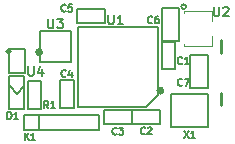
<source format=gto>
G04 #@! TF.GenerationSoftware,KiCad,Pcbnew,5.0.0+dfsg1-2*
G04 #@! TF.CreationDate,2018-09-26T11:41:40+09:00*
G04 #@! TF.ProjectId,fst-01,6673742D30312E6B696361645F706362,rev?*
G04 #@! TF.SameCoordinates,Original*
G04 #@! TF.FileFunction,Legend,Top*
G04 #@! TF.FilePolarity,Positive*
%FSLAX46Y46*%
G04 Gerber Fmt 4.6, Leading zero omitted, Abs format (unit mm)*
G04 Created by KiCad (PCBNEW 5.0.0+dfsg1-2) date Wed Sep 26 11:41:40 2018*
%MOMM*%
%LPD*%
G01*
G04 APERTURE LIST*
%ADD10C,0.150000*%
%ADD11C,0.152400*%
%ADD12C,0.120000*%
%ADD13C,0.200000*%
%ADD14C,0.300000*%
%ADD15C,0.254000*%
%ADD16C,0.149860*%
G04 APERTURE END LIST*
D10*
G04 #@! TO.C,K1*
X111633000Y-102539800D02*
X111633000Y-103809800D01*
D11*
X110363000Y-103809800D02*
X110363000Y-102539800D01*
X110363000Y-102539800D02*
X116713000Y-102539800D01*
X116725700Y-102539800D02*
X116725700Y-103809800D01*
X116713000Y-103809800D02*
X110363000Y-103809800D01*
D12*
G04 #@! TO.C,U2*
X126275000Y-96746500D02*
X126275000Y-95896500D01*
X126275000Y-93746500D02*
X126275000Y-94596500D01*
X126275000Y-93746500D02*
X123875000Y-93746500D01*
X126275000Y-96746500D02*
X123875000Y-96746500D01*
D13*
X124075000Y-93396500D02*
G75*
G03X124075000Y-93396500I-200000J0D01*
G01*
D12*
X123875000Y-93746500D02*
X123875000Y-93946500D01*
X123875000Y-96546500D02*
X123875000Y-96746500D01*
D14*
G04 #@! TO.C,U4*
X109150000Y-97196500D02*
G75*
G03X109150000Y-97196500I-100000J0D01*
G01*
D10*
X109050000Y-96996500D02*
X110450000Y-96996500D01*
X110450000Y-96996500D02*
X110450000Y-98996500D01*
X110450000Y-98996500D02*
X109050000Y-98996500D01*
X109050000Y-98996500D02*
X109050000Y-96996500D01*
D14*
G04 #@! TO.C,U1*
X122080000Y-100506500D02*
G75*
G03X122080000Y-100506500I-180000J0D01*
G01*
D10*
X120700000Y-101906500D02*
X121700000Y-100906500D01*
X121700000Y-100906500D02*
X121700000Y-95106500D01*
X114900000Y-101906500D02*
X114900000Y-95106500D01*
X114900000Y-95106500D02*
X121700000Y-95106500D01*
X120700000Y-101906500D02*
X114900000Y-101906500D01*
D15*
G04 #@! TO.C,J1*
X127000000Y-97296500D02*
X127000000Y-96246500D01*
X127000000Y-100696500D02*
X127000000Y-101746500D01*
D10*
G04 #@! TO.C,U3*
X114300000Y-98056500D02*
X111700000Y-98056500D01*
X111700000Y-95456500D02*
X114300000Y-95456500D01*
D14*
X111830000Y-97256500D02*
G75*
G03X111830000Y-97256500I-180000J0D01*
G01*
D10*
X114300000Y-95456500D02*
X114300000Y-98056500D01*
X111700000Y-95456500D02*
X111700000Y-98056500D01*
G04 #@! TO.C,X1*
X122775000Y-103571500D02*
X122775000Y-100771500D01*
X125975000Y-103571500D02*
X122775000Y-103571500D01*
X125975000Y-100771500D02*
X125975000Y-103571500D01*
X122775000Y-100771500D02*
X125975000Y-100771500D01*
G04 #@! TO.C,D1*
X110350000Y-100116500D02*
X109750000Y-100816500D01*
X109750000Y-100816500D02*
X109150000Y-100116500D01*
X109125160Y-102030640D02*
X110374840Y-102030640D01*
X110374840Y-102030640D02*
X110374840Y-99282360D01*
X110374840Y-99282360D02*
X109125160Y-99282360D01*
X109125160Y-99282360D02*
X109125160Y-102030640D01*
D16*
G04 #@! TO.C,R1*
X111824040Y-102032520D02*
X110675960Y-102032520D01*
X110675960Y-102032520D02*
X110675960Y-99680480D01*
X110675960Y-99680480D02*
X111824040Y-99680480D01*
X111824040Y-99680480D02*
X111824040Y-102032520D01*
G04 #@! TO.C,C7*
X124451100Y-100321040D02*
X124451100Y-97496560D01*
X125898900Y-100321040D02*
X124451100Y-100321040D01*
X125898900Y-97496560D02*
X125898900Y-100321040D01*
X124451100Y-97496560D02*
X125898900Y-97496560D01*
G04 #@! TO.C,C1*
X122025960Y-96360480D02*
X123174040Y-96360480D01*
X122025960Y-98712520D02*
X122025960Y-96360480D01*
X123174040Y-98712520D02*
X122025960Y-98712520D01*
X123174040Y-96360480D02*
X123174040Y-98712520D01*
G04 #@! TO.C,C2*
X121876020Y-102182460D02*
X121876020Y-103330540D01*
X119523980Y-102182460D02*
X121876020Y-102182460D01*
X119523980Y-103330540D02*
X119523980Y-102182460D01*
X121876020Y-103330540D02*
X119523980Y-103330540D01*
G04 #@! TO.C,C5*
X114823980Y-94780540D02*
X114823980Y-93632460D01*
X117176020Y-94780540D02*
X114823980Y-94780540D01*
X117176020Y-93632460D02*
X117176020Y-94780540D01*
X114823980Y-93632460D02*
X117176020Y-93632460D01*
G04 #@! TO.C,C4*
X114574040Y-101952520D02*
X113425960Y-101952520D01*
X114574040Y-99600480D02*
X114574040Y-101952520D01*
X113425960Y-99600480D02*
X114574040Y-99600480D01*
X113425960Y-101952520D02*
X113425960Y-99600480D01*
G04 #@! TO.C,C3*
X119476020Y-102182460D02*
X119476020Y-103330540D01*
X117123980Y-102182460D02*
X119476020Y-102182460D01*
X117123980Y-103330540D02*
X117123980Y-102182460D01*
X119476020Y-103330540D02*
X117123980Y-103330540D01*
G04 #@! TO.C,C6*
X123473900Y-93496960D02*
X123473900Y-96321440D01*
X122026100Y-93496960D02*
X123473900Y-93496960D01*
X122026100Y-96321440D02*
X122026100Y-93496960D01*
X123473900Y-96321440D02*
X122026100Y-96321440D01*
G04 #@! TO.C,K1*
D10*
X110415442Y-104665428D02*
X110415442Y-104065428D01*
X110758300Y-104665428D02*
X110501157Y-104322571D01*
X110758300Y-104065428D02*
X110415442Y-104408285D01*
X111329728Y-104665428D02*
X110986871Y-104665428D01*
X111158300Y-104665428D02*
X111158300Y-104065428D01*
X111101157Y-104151142D01*
X111044014Y-104208285D01*
X110986871Y-104236857D01*
G04 #@! TO.C,U2*
X126440476Y-93408404D02*
X126440476Y-94056023D01*
X126478571Y-94132214D01*
X126516666Y-94170309D01*
X126592857Y-94208404D01*
X126745238Y-94208404D01*
X126821428Y-94170309D01*
X126859523Y-94132214D01*
X126897619Y-94056023D01*
X126897619Y-93408404D01*
X127240476Y-93484595D02*
X127278571Y-93446500D01*
X127354761Y-93408404D01*
X127545238Y-93408404D01*
X127621428Y-93446500D01*
X127659523Y-93484595D01*
X127697619Y-93560785D01*
X127697619Y-93636976D01*
X127659523Y-93751261D01*
X127202380Y-94208404D01*
X127697619Y-94208404D01*
G04 #@! TO.C,U4*
X110718676Y-98447104D02*
X110718676Y-99094723D01*
X110756771Y-99170914D01*
X110794866Y-99209009D01*
X110871057Y-99247104D01*
X111023438Y-99247104D01*
X111099628Y-99209009D01*
X111137723Y-99170914D01*
X111175819Y-99094723D01*
X111175819Y-98447104D01*
X111899628Y-98713771D02*
X111899628Y-99247104D01*
X111709152Y-98409009D02*
X111518676Y-98980438D01*
X112013914Y-98980438D01*
G04 #@! TO.C,U1*
D11*
X117495172Y-94095919D02*
X117495172Y-94743619D01*
X117533272Y-94819819D01*
X117571372Y-94857919D01*
X117647572Y-94896019D01*
X117799972Y-94896019D01*
X117876172Y-94857919D01*
X117914272Y-94819819D01*
X117952372Y-94743619D01*
X117952372Y-94095919D01*
X118752472Y-94896019D02*
X118295272Y-94896019D01*
X118523872Y-94896019D02*
X118523872Y-94095919D01*
X118447672Y-94210219D01*
X118371472Y-94286419D01*
X118295272Y-94324519D01*
G04 #@! TO.C,U3*
X112395000Y-94440050D02*
X112395000Y-95087750D01*
X112433100Y-95163950D01*
X112471200Y-95202050D01*
X112547400Y-95240150D01*
X112699800Y-95240150D01*
X112776000Y-95202050D01*
X112814100Y-95163950D01*
X112852200Y-95087750D01*
X112852200Y-94440050D01*
X113157000Y-94440050D02*
X113652300Y-94440050D01*
X113385600Y-94744850D01*
X113499900Y-94744850D01*
X113576100Y-94782950D01*
X113614200Y-94821050D01*
X113652300Y-94897250D01*
X113652300Y-95087750D01*
X113614200Y-95163950D01*
X113576100Y-95202050D01*
X113499900Y-95240150D01*
X113271300Y-95240150D01*
X113195100Y-95202050D01*
X113157000Y-95163950D01*
G04 #@! TO.C,X1*
D10*
X123889285Y-103942928D02*
X124289285Y-104542928D01*
X124289285Y-103942928D02*
X123889285Y-104542928D01*
X124832142Y-104542928D02*
X124489285Y-104542928D01*
X124660714Y-104542928D02*
X124660714Y-103942928D01*
X124603571Y-104028642D01*
X124546428Y-104085785D01*
X124489285Y-104114357D01*
G04 #@! TO.C,D1*
X108957342Y-102919328D02*
X108957342Y-102319328D01*
X109100200Y-102319328D01*
X109185914Y-102347900D01*
X109243057Y-102405042D01*
X109271628Y-102462185D01*
X109300200Y-102576471D01*
X109300200Y-102662185D01*
X109271628Y-102776471D01*
X109243057Y-102833614D01*
X109185914Y-102890757D01*
X109100200Y-102919328D01*
X108957342Y-102919328D01*
X109871628Y-102919328D02*
X109528771Y-102919328D01*
X109700200Y-102919328D02*
X109700200Y-102319328D01*
X109643057Y-102405042D01*
X109585914Y-102462185D01*
X109528771Y-102490757D01*
G04 #@! TO.C,R1*
X112408500Y-102004928D02*
X112208500Y-101719214D01*
X112065642Y-102004928D02*
X112065642Y-101404928D01*
X112294214Y-101404928D01*
X112351357Y-101433500D01*
X112379928Y-101462071D01*
X112408500Y-101519214D01*
X112408500Y-101604928D01*
X112379928Y-101662071D01*
X112351357Y-101690642D01*
X112294214Y-101719214D01*
X112065642Y-101719214D01*
X112979928Y-102004928D02*
X112637071Y-102004928D01*
X112808500Y-102004928D02*
X112808500Y-101404928D01*
X112751357Y-101490642D01*
X112694214Y-101547785D01*
X112637071Y-101576357D01*
G04 #@! TO.C,C7*
X123750000Y-100035785D02*
X123721428Y-100064357D01*
X123635714Y-100092928D01*
X123578571Y-100092928D01*
X123492857Y-100064357D01*
X123435714Y-100007214D01*
X123407142Y-99950071D01*
X123378571Y-99835785D01*
X123378571Y-99750071D01*
X123407142Y-99635785D01*
X123435714Y-99578642D01*
X123492857Y-99521500D01*
X123578571Y-99492928D01*
X123635714Y-99492928D01*
X123721428Y-99521500D01*
X123750000Y-99550071D01*
X123950000Y-99492928D02*
X124350000Y-99492928D01*
X124092857Y-100092928D01*
G04 #@! TO.C,C1*
X123725000Y-98210785D02*
X123696428Y-98239357D01*
X123610714Y-98267928D01*
X123553571Y-98267928D01*
X123467857Y-98239357D01*
X123410714Y-98182214D01*
X123382142Y-98125071D01*
X123353571Y-98010785D01*
X123353571Y-97925071D01*
X123382142Y-97810785D01*
X123410714Y-97753642D01*
X123467857Y-97696500D01*
X123553571Y-97667928D01*
X123610714Y-97667928D01*
X123696428Y-97696500D01*
X123725000Y-97725071D01*
X124296428Y-98267928D02*
X123953571Y-98267928D01*
X124125000Y-98267928D02*
X124125000Y-97667928D01*
X124067857Y-97753642D01*
X124010714Y-97810785D01*
X123953571Y-97839357D01*
G04 #@! TO.C,C2*
X120600000Y-104160785D02*
X120571428Y-104189357D01*
X120485714Y-104217928D01*
X120428571Y-104217928D01*
X120342857Y-104189357D01*
X120285714Y-104132214D01*
X120257142Y-104075071D01*
X120228571Y-103960785D01*
X120228571Y-103875071D01*
X120257142Y-103760785D01*
X120285714Y-103703642D01*
X120342857Y-103646500D01*
X120428571Y-103617928D01*
X120485714Y-103617928D01*
X120571428Y-103646500D01*
X120600000Y-103675071D01*
X120828571Y-103675071D02*
X120857142Y-103646500D01*
X120914285Y-103617928D01*
X121057142Y-103617928D01*
X121114285Y-103646500D01*
X121142857Y-103675071D01*
X121171428Y-103732214D01*
X121171428Y-103789357D01*
X121142857Y-103875071D01*
X120800000Y-104217928D01*
X121171428Y-104217928D01*
G04 #@! TO.C,C5*
X113875000Y-93760785D02*
X113846428Y-93789357D01*
X113760714Y-93817928D01*
X113703571Y-93817928D01*
X113617857Y-93789357D01*
X113560714Y-93732214D01*
X113532142Y-93675071D01*
X113503571Y-93560785D01*
X113503571Y-93475071D01*
X113532142Y-93360785D01*
X113560714Y-93303642D01*
X113617857Y-93246500D01*
X113703571Y-93217928D01*
X113760714Y-93217928D01*
X113846428Y-93246500D01*
X113875000Y-93275071D01*
X114417857Y-93217928D02*
X114132142Y-93217928D01*
X114103571Y-93503642D01*
X114132142Y-93475071D01*
X114189285Y-93446500D01*
X114332142Y-93446500D01*
X114389285Y-93475071D01*
X114417857Y-93503642D01*
X114446428Y-93560785D01*
X114446428Y-93703642D01*
X114417857Y-93760785D01*
X114389285Y-93789357D01*
X114332142Y-93817928D01*
X114189285Y-93817928D01*
X114132142Y-93789357D01*
X114103571Y-93760785D01*
G04 #@! TO.C,C4*
X113895200Y-99314385D02*
X113866628Y-99342957D01*
X113780914Y-99371528D01*
X113723771Y-99371528D01*
X113638057Y-99342957D01*
X113580914Y-99285814D01*
X113552342Y-99228671D01*
X113523771Y-99114385D01*
X113523771Y-99028671D01*
X113552342Y-98914385D01*
X113580914Y-98857242D01*
X113638057Y-98800100D01*
X113723771Y-98771528D01*
X113780914Y-98771528D01*
X113866628Y-98800100D01*
X113895200Y-98828671D01*
X114409485Y-98971528D02*
X114409485Y-99371528D01*
X114266628Y-98742957D02*
X114123771Y-99171528D01*
X114495200Y-99171528D01*
G04 #@! TO.C,C3*
X118200000Y-104185785D02*
X118171428Y-104214357D01*
X118085714Y-104242928D01*
X118028571Y-104242928D01*
X117942857Y-104214357D01*
X117885714Y-104157214D01*
X117857142Y-104100071D01*
X117828571Y-103985785D01*
X117828571Y-103900071D01*
X117857142Y-103785785D01*
X117885714Y-103728642D01*
X117942857Y-103671500D01*
X118028571Y-103642928D01*
X118085714Y-103642928D01*
X118171428Y-103671500D01*
X118200000Y-103700071D01*
X118400000Y-103642928D02*
X118771428Y-103642928D01*
X118571428Y-103871500D01*
X118657142Y-103871500D01*
X118714285Y-103900071D01*
X118742857Y-103928642D01*
X118771428Y-103985785D01*
X118771428Y-104128642D01*
X118742857Y-104185785D01*
X118714285Y-104214357D01*
X118657142Y-104242928D01*
X118485714Y-104242928D01*
X118428571Y-104214357D01*
X118400000Y-104185785D01*
G04 #@! TO.C,C6*
X121225000Y-94754985D02*
X121196428Y-94783557D01*
X121110714Y-94812128D01*
X121053571Y-94812128D01*
X120967857Y-94783557D01*
X120910714Y-94726414D01*
X120882142Y-94669271D01*
X120853571Y-94554985D01*
X120853571Y-94469271D01*
X120882142Y-94354985D01*
X120910714Y-94297842D01*
X120967857Y-94240700D01*
X121053571Y-94212128D01*
X121110714Y-94212128D01*
X121196428Y-94240700D01*
X121225000Y-94269271D01*
X121739285Y-94212128D02*
X121625000Y-94212128D01*
X121567857Y-94240700D01*
X121539285Y-94269271D01*
X121482142Y-94354985D01*
X121453571Y-94469271D01*
X121453571Y-94697842D01*
X121482142Y-94754985D01*
X121510714Y-94783557D01*
X121567857Y-94812128D01*
X121682142Y-94812128D01*
X121739285Y-94783557D01*
X121767857Y-94754985D01*
X121796428Y-94697842D01*
X121796428Y-94554985D01*
X121767857Y-94497842D01*
X121739285Y-94469271D01*
X121682142Y-94440700D01*
X121567857Y-94440700D01*
X121510714Y-94469271D01*
X121482142Y-94497842D01*
X121453571Y-94554985D01*
G04 #@! TD*
M02*

</source>
